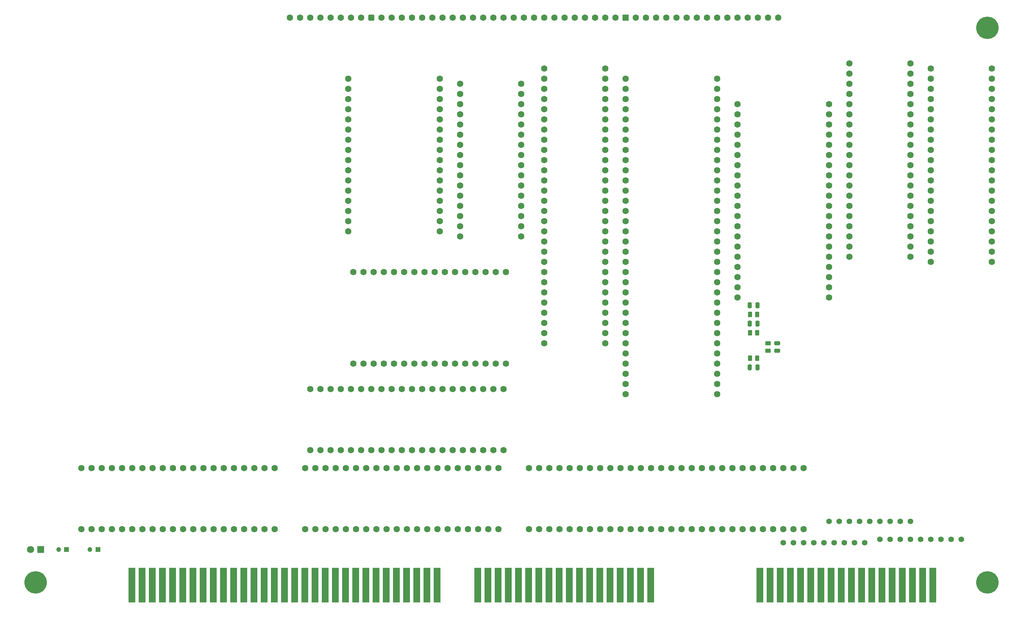
<source format=gbs>
%TF.GenerationSoftware,KiCad,Pcbnew,7.0.5*%
%TF.CreationDate,2024-02-23T20:54:14+02:00*%
%TF.ProjectId,Processor Board,50726f63-6573-4736-9f72-20426f617264,rev?*%
%TF.SameCoordinates,PX10f4d20PY1360f00*%
%TF.FileFunction,Soldermask,Bot*%
%TF.FilePolarity,Negative*%
%FSLAX46Y46*%
G04 Gerber Fmt 4.6, Leading zero omitted, Abs format (unit mm)*
G04 Created by KiCad (PCBNEW 7.0.5) date 2024-02-23 20:54:14*
%MOMM*%
%LPD*%
G01*
G04 APERTURE LIST*
G04 Aperture macros list*
%AMRoundRect*
0 Rectangle with rounded corners*
0 $1 Rounding radius*
0 $2 $3 $4 $5 $6 $7 $8 $9 X,Y pos of 4 corners*
0 Add a 4 corners polygon primitive as box body*
4,1,4,$2,$3,$4,$5,$6,$7,$8,$9,$2,$3,0*
0 Add four circle primitives for the rounded corners*
1,1,$1+$1,$2,$3*
1,1,$1+$1,$4,$5*
1,1,$1+$1,$6,$7*
1,1,$1+$1,$8,$9*
0 Add four rect primitives between the rounded corners*
20,1,$1+$1,$2,$3,$4,$5,0*
20,1,$1+$1,$4,$5,$6,$7,0*
20,1,$1+$1,$6,$7,$8,$9,0*
20,1,$1+$1,$8,$9,$2,$3,0*%
G04 Aperture macros list end*
%ADD10C,1.600000*%
%ADD11R,1.780000X8.620000*%
%ADD12C,1.400000*%
%ADD13RoundRect,0.400000X-0.400000X-0.400000X0.400000X-0.400000X0.400000X0.400000X-0.400000X0.400000X0*%
%ADD14R,1.600000X1.600000*%
%ADD15R,1.200000X1.200000*%
%ADD16C,1.200000*%
%ADD17C,5.600000*%
%ADD18R,1.800000X1.800000*%
%ADD19C,1.800000*%
%ADD20RoundRect,0.250000X0.262500X0.450000X-0.262500X0.450000X-0.262500X-0.450000X0.262500X-0.450000X0*%
%ADD21RoundRect,0.250000X0.250000X0.475000X-0.250000X0.475000X-0.250000X-0.475000X0.250000X-0.475000X0*%
%ADD22RoundRect,0.250000X0.475000X-0.250000X0.475000X0.250000X-0.475000X0.250000X-0.475000X-0.250000X0*%
%ADD23RoundRect,0.250000X0.450000X-0.262500X0.450000X0.262500X-0.450000X0.262500X-0.450000X-0.262500X0*%
G04 APERTURE END LIST*
D10*
%TO.C,B10*%
X106045000Y-13970000D03*
X106045000Y-16510000D03*
X106045000Y-19050000D03*
X106045000Y-21590000D03*
X106045000Y-24130000D03*
X106045000Y-26670000D03*
X106045000Y-29210000D03*
X106045000Y-31750000D03*
X106045000Y-34290000D03*
X106045000Y-36830000D03*
X106045000Y-39370000D03*
X106045000Y-41910000D03*
X106045000Y-44450000D03*
X106045000Y-46990000D03*
X106045000Y-49530000D03*
X106045000Y-52070000D03*
X121285000Y-52070000D03*
X121285000Y-49530000D03*
X121285000Y-46990000D03*
X121285000Y-44450000D03*
X121285000Y-41910000D03*
X121285000Y-39370000D03*
X121285000Y-36830000D03*
X121285000Y-34290000D03*
X121285000Y-31750000D03*
X121285000Y-29210000D03*
X121285000Y-26670000D03*
X121285000Y-24130000D03*
X121285000Y-21590000D03*
X121285000Y-19050000D03*
X121285000Y-16510000D03*
X121285000Y-13970000D03*
%TD*%
D11*
%TO.C,J1*%
X180866248Y-139065000D03*
X183406248Y-139065000D03*
X185946248Y-139065000D03*
X188486248Y-139065000D03*
X191026248Y-139065000D03*
X193566248Y-139065000D03*
X196106248Y-139065000D03*
X198646248Y-139065000D03*
X201186248Y-139065000D03*
X203726248Y-139065000D03*
X206266248Y-139065000D03*
X208806248Y-139065000D03*
X211346248Y-139065000D03*
X213886248Y-139065000D03*
X216426248Y-139065000D03*
X218966248Y-139065000D03*
X221506248Y-139065000D03*
X224046248Y-139065000D03*
%TD*%
D10*
%TO.C,B5*%
X142240000Y-78740000D03*
X142240000Y-76200000D03*
X142240000Y-73660000D03*
X142240000Y-71120000D03*
X142240000Y-68580000D03*
X142240000Y-66040000D03*
X142240000Y-63500000D03*
X142240000Y-60960000D03*
X142240000Y-58420000D03*
X142240000Y-55880000D03*
X142240000Y-53340000D03*
X142240000Y-50800000D03*
X142240000Y-48260000D03*
X142240000Y-45720000D03*
X142240000Y-43180000D03*
X142240000Y-40640000D03*
X142240000Y-38100000D03*
X142240000Y-35560000D03*
X142240000Y-33020000D03*
X142240000Y-30480000D03*
X142240000Y-27940000D03*
X142240000Y-25400000D03*
X142240000Y-22860000D03*
X142240000Y-20320000D03*
X142240000Y-17780000D03*
X142240000Y-15240000D03*
X142240000Y-12700000D03*
X142240000Y-10160000D03*
X127000000Y-10160000D03*
X127000000Y-12700000D03*
X127000000Y-15240000D03*
X127000000Y-17780000D03*
X127000000Y-20320000D03*
X127000000Y-22860000D03*
X127000000Y-25400000D03*
X127000000Y-27940000D03*
X127000000Y-30480000D03*
X127000000Y-33020000D03*
X127000000Y-35560000D03*
X127000000Y-38100000D03*
X127000000Y-40640000D03*
X127000000Y-43180000D03*
X127000000Y-45720000D03*
X127000000Y-48260000D03*
X127000000Y-50800000D03*
X127000000Y-53340000D03*
X127000000Y-55880000D03*
X127000000Y-58420000D03*
X127000000Y-60960000D03*
X127000000Y-63500000D03*
X127000000Y-66040000D03*
X127000000Y-68580000D03*
X127000000Y-71120000D03*
X127000000Y-73660000D03*
X127000000Y-76200000D03*
X127000000Y-78740000D03*
%TD*%
%TO.C,B3*%
X203200000Y-8890000D03*
X203200000Y-11430000D03*
X203200000Y-13970000D03*
X203200000Y-16510000D03*
X203200000Y-19050000D03*
X203200000Y-21590000D03*
X203200000Y-24130000D03*
X203200000Y-26670000D03*
X203200000Y-29210000D03*
X203200000Y-31750000D03*
X203200000Y-34290000D03*
X203200000Y-36830000D03*
X203200000Y-39370000D03*
X203200000Y-41910000D03*
X203200000Y-44450000D03*
X203200000Y-46990000D03*
X203200000Y-49530000D03*
X203200000Y-52070000D03*
X203200000Y-54610000D03*
X203200000Y-57150000D03*
X218440000Y-57150000D03*
X218440000Y-54610000D03*
X218440000Y-52070000D03*
X218440000Y-49530000D03*
X218440000Y-46990000D03*
X218440000Y-44450000D03*
X218440000Y-41910000D03*
X218440000Y-39370000D03*
X218440000Y-36830000D03*
X218440000Y-34290000D03*
X218440000Y-31750000D03*
X218440000Y-29210000D03*
X218440000Y-26670000D03*
X218440000Y-24130000D03*
X218440000Y-21590000D03*
X218440000Y-19050000D03*
X218440000Y-16510000D03*
X218440000Y-13970000D03*
X218440000Y-11430000D03*
X218440000Y-8890000D03*
%TD*%
%TO.C,B9*%
X59690000Y-109855000D03*
X57150000Y-109855000D03*
X54610000Y-109855000D03*
X52070000Y-109855000D03*
X49530000Y-109855000D03*
X46990000Y-109855000D03*
X44450000Y-109855000D03*
X41910000Y-109855000D03*
X39370000Y-109855000D03*
X36830000Y-109855000D03*
X34290000Y-109855000D03*
X31750000Y-109855000D03*
X29210000Y-109855000D03*
X26670000Y-109855000D03*
X24130000Y-109855000D03*
X21590000Y-109855000D03*
X19050000Y-109855000D03*
X16510000Y-109855000D03*
X13970000Y-109855000D03*
X11430000Y-109855000D03*
X11430000Y-125095000D03*
X13970000Y-125095000D03*
X16510000Y-125095000D03*
X19050000Y-125095000D03*
X21590000Y-125095000D03*
X24130000Y-125095000D03*
X26670000Y-125095000D03*
X29210000Y-125095000D03*
X31750000Y-125095000D03*
X34290000Y-125095000D03*
X36830000Y-125095000D03*
X39370000Y-125095000D03*
X41910000Y-125095000D03*
X44450000Y-125095000D03*
X46990000Y-125095000D03*
X49530000Y-125095000D03*
X52070000Y-125095000D03*
X54610000Y-125095000D03*
X57150000Y-125095000D03*
X59690000Y-125095000D03*
%TD*%
%TO.C,B11*%
X78105000Y-12700000D03*
X78105000Y-15240000D03*
X78105000Y-17780000D03*
X78105000Y-20320000D03*
X78105000Y-22860000D03*
X78105000Y-25400000D03*
X78105000Y-27940000D03*
X78105000Y-30480000D03*
X78105000Y-33020000D03*
X78105000Y-35560000D03*
X78105000Y-38100000D03*
X78105000Y-40640000D03*
X78105000Y-43180000D03*
X78105000Y-45720000D03*
X78105000Y-48260000D03*
X78105000Y-50800000D03*
X100965000Y-50800000D03*
X100965000Y-48260000D03*
X100965000Y-45720000D03*
X100965000Y-43180000D03*
X100965000Y-40640000D03*
X100965000Y-38100000D03*
X100965000Y-35560000D03*
X100965000Y-33020000D03*
X100965000Y-30480000D03*
X100965000Y-27940000D03*
X100965000Y-25400000D03*
X100965000Y-22860000D03*
X100965000Y-20320000D03*
X100965000Y-17780000D03*
X100965000Y-15240000D03*
X100965000Y-12700000D03*
%TD*%
D12*
%TO.C,RN8*%
X231140000Y-127635000D03*
X228600000Y-127635000D03*
X226060000Y-127635000D03*
X223520000Y-127635000D03*
X220980000Y-127635000D03*
X218440000Y-127635000D03*
X215900000Y-127635000D03*
X213360000Y-127635000D03*
X210820000Y-127635000D03*
%TD*%
D10*
%TO.C,B14*%
X191770000Y-109855000D03*
X189230000Y-109855000D03*
X186690000Y-109855000D03*
X184150000Y-109855000D03*
X181610000Y-109855000D03*
X179070000Y-109855000D03*
X176530000Y-109855000D03*
X173990000Y-109855000D03*
X171450000Y-109855000D03*
X168910000Y-109855000D03*
X166370000Y-109855000D03*
X163830000Y-109855000D03*
X161290000Y-109855000D03*
X158750000Y-109855000D03*
X156210000Y-109855000D03*
X153670000Y-109855000D03*
X151130000Y-109855000D03*
X148590000Y-109855000D03*
X146050000Y-109855000D03*
X143510000Y-109855000D03*
X140970000Y-109855000D03*
X138430000Y-109855000D03*
X135890000Y-109855000D03*
X133350000Y-109855000D03*
X130810000Y-109855000D03*
X128270000Y-109855000D03*
X125730000Y-109855000D03*
X123190000Y-109855000D03*
X123190000Y-125095000D03*
X125730000Y-125095000D03*
X128270000Y-125095000D03*
X130810000Y-125095000D03*
X133350000Y-125095000D03*
X135890000Y-125095000D03*
X138430000Y-125095000D03*
X140970000Y-125095000D03*
X143510000Y-125095000D03*
X146050000Y-125095000D03*
X148590000Y-125095000D03*
X151130000Y-125095000D03*
X153670000Y-125095000D03*
X156210000Y-125095000D03*
X158750000Y-125095000D03*
X161290000Y-125095000D03*
X163830000Y-125095000D03*
X166370000Y-125095000D03*
X168910000Y-125095000D03*
X171450000Y-125095000D03*
X173990000Y-125095000D03*
X176530000Y-125095000D03*
X179070000Y-125095000D03*
X181610000Y-125095000D03*
X184150000Y-125095000D03*
X186690000Y-125095000D03*
X189230000Y-125095000D03*
X191770000Y-125095000D03*
%TD*%
%TO.C,B13*%
X63500000Y2540000D03*
X66040000Y2540000D03*
X68580000Y2540000D03*
X71120000Y2540000D03*
X73660000Y2540000D03*
X76200000Y2540000D03*
X78740000Y2540000D03*
X81280000Y2540000D03*
D13*
X83820000Y2540000D03*
D10*
X86360000Y2540000D03*
X88900000Y2540000D03*
X91440000Y2540000D03*
X93980000Y2540000D03*
X96520000Y2540000D03*
X99060000Y2540000D03*
X101600000Y2540000D03*
X104140000Y2540000D03*
X106680000Y2540000D03*
X109220000Y2540000D03*
X111760000Y2540000D03*
X114300000Y2540000D03*
X116840000Y2540000D03*
X119380000Y2540000D03*
X121920000Y2540000D03*
X124460000Y2540000D03*
X127000000Y2540000D03*
X129540000Y2540000D03*
X132080000Y2540000D03*
X134620000Y2540000D03*
X137160000Y2540000D03*
X139700000Y2540000D03*
X142240000Y2540000D03*
X144780000Y2540000D03*
D14*
X147320000Y2540000D03*
D10*
X149860000Y2540000D03*
X152400000Y2540000D03*
X154940000Y2540000D03*
X157480000Y2540000D03*
X160020000Y2540000D03*
X162560000Y2540000D03*
X165100000Y2540000D03*
X167640000Y2540000D03*
X170180000Y2540000D03*
X172720000Y2540000D03*
X175260000Y2540000D03*
X177800000Y2540000D03*
X180340000Y2540000D03*
X182880000Y2540000D03*
X185420000Y2540000D03*
%TD*%
D15*
%TO.C,C4*%
X7747000Y-130175000D03*
D16*
X5747000Y-130175000D03*
%TD*%
D17*
%TO.C,H8*%
X237696500Y0D03*
%TD*%
D12*
%TO.C,RN9*%
X218440000Y-123190000D03*
X215900000Y-123190000D03*
X213360000Y-123190000D03*
X210820000Y-123190000D03*
X208280000Y-123190000D03*
X205740000Y-123190000D03*
X203200000Y-123190000D03*
X200660000Y-123190000D03*
X198120000Y-123190000D03*
%TD*%
D10*
%TO.C,B6*%
X116840000Y-90170000D03*
X114300000Y-90170000D03*
X111760000Y-90170000D03*
X109220000Y-90170000D03*
X106680000Y-90170000D03*
X104140000Y-90170000D03*
X101600000Y-90170000D03*
X99060000Y-90170000D03*
X96520000Y-90170000D03*
X93980000Y-90170000D03*
X91440000Y-90170000D03*
X88900000Y-90170000D03*
X86360000Y-90170000D03*
X83820000Y-90170000D03*
X81280000Y-90170000D03*
X78740000Y-90170000D03*
X76200000Y-90170000D03*
X73660000Y-90170000D03*
X71120000Y-90170000D03*
X68580000Y-90170000D03*
X68580000Y-105410000D03*
X71120000Y-105410000D03*
X73660000Y-105410000D03*
X76200000Y-105410000D03*
X78740000Y-105410000D03*
X81280000Y-105410000D03*
X83820000Y-105410000D03*
X86360000Y-105410000D03*
X88900000Y-105410000D03*
X91440000Y-105410000D03*
X93980000Y-105410000D03*
X96520000Y-105410000D03*
X99060000Y-105410000D03*
X101600000Y-105410000D03*
X104140000Y-105410000D03*
X106680000Y-105410000D03*
X109220000Y-105410000D03*
X111760000Y-105410000D03*
X114300000Y-105410000D03*
X116840000Y-105410000D03*
%TD*%
D18*
%TO.C,LED2*%
X1270000Y-130175000D03*
D19*
X-1270000Y-130175000D03*
%TD*%
D15*
%TO.C,C3*%
X15589000Y-130175000D03*
D16*
X13589000Y-130175000D03*
%TD*%
D10*
%TO.C,B1*%
X147320000Y-12700000D03*
X147320000Y-15240000D03*
X147320000Y-17780000D03*
X147320000Y-20320000D03*
X147320000Y-22860000D03*
X147320000Y-25400000D03*
X147320000Y-27940000D03*
X147320000Y-30480000D03*
X147320000Y-33020000D03*
X147320000Y-35560000D03*
X147320000Y-38100000D03*
X147320000Y-40640000D03*
X147320000Y-43180000D03*
X147320000Y-45720000D03*
X147320000Y-48260000D03*
X147320000Y-50800000D03*
X147320000Y-53340000D03*
X147320000Y-55880000D03*
X147320000Y-58420000D03*
X147320000Y-60960000D03*
X147320000Y-63500000D03*
X147320000Y-66040000D03*
X147320000Y-68580000D03*
X147320000Y-71120000D03*
X147320000Y-73660000D03*
X147320000Y-76200000D03*
X147320000Y-78740000D03*
X147320000Y-81280000D03*
X147320000Y-83820000D03*
X147320000Y-86360000D03*
X147320000Y-88900000D03*
X147320000Y-91440000D03*
X170180000Y-91440000D03*
X170180000Y-88900000D03*
X170180000Y-86360000D03*
X170180000Y-83820000D03*
X170180000Y-81280000D03*
X170180000Y-78740000D03*
X170180000Y-76200000D03*
X170180000Y-73660000D03*
X170180000Y-71120000D03*
X170180000Y-68580000D03*
X170180000Y-66040000D03*
X170180000Y-63500000D03*
X170180000Y-60960000D03*
X170180000Y-58420000D03*
X170180000Y-55880000D03*
X170180000Y-53340000D03*
X170180000Y-50800000D03*
X170180000Y-48260000D03*
X170180000Y-45720000D03*
X170180000Y-43180000D03*
X170180000Y-40640000D03*
X170180000Y-38100000D03*
X170180000Y-35560000D03*
X170180000Y-33020000D03*
X170180000Y-30480000D03*
X170180000Y-27940000D03*
X170180000Y-25400000D03*
X170180000Y-22860000D03*
X170180000Y-20320000D03*
X170180000Y-17780000D03*
X170180000Y-15240000D03*
X170180000Y-12700000D03*
%TD*%
D17*
%TO.C,H16*%
X237696500Y-138430000D03*
%TD*%
D10*
%TO.C,B2*%
X79375000Y-83820000D03*
X81915000Y-83820000D03*
X84455000Y-83820000D03*
X86995000Y-83820000D03*
X89535000Y-83820000D03*
X92075000Y-83820000D03*
X94615000Y-83820000D03*
X97155000Y-83820000D03*
X99695000Y-83820000D03*
X102235000Y-83820000D03*
X104775000Y-83820000D03*
X107315000Y-83820000D03*
X109855000Y-83820000D03*
X112395000Y-83820000D03*
X114935000Y-83820000D03*
X117475000Y-83820000D03*
X117475000Y-60960000D03*
X114935000Y-60960000D03*
X112395000Y-60960000D03*
X109855000Y-60960000D03*
X107315000Y-60960000D03*
X104775000Y-60960000D03*
X102235000Y-60960000D03*
X99695000Y-60960000D03*
X97155000Y-60960000D03*
X94615000Y-60960000D03*
X92075000Y-60960000D03*
X89535000Y-60960000D03*
X86995000Y-60960000D03*
X84455000Y-60960000D03*
X81915000Y-60960000D03*
X79375000Y-60960000D03*
%TD*%
D11*
%TO.C,J5*%
X24087200Y-139065000D03*
X26627200Y-139065000D03*
X29167200Y-139065000D03*
X31707200Y-139065000D03*
X34247200Y-139065000D03*
X36787200Y-139065000D03*
X39327200Y-139065000D03*
X41867200Y-139065000D03*
X44407200Y-139065000D03*
X46947200Y-139065000D03*
X49487200Y-139065000D03*
X52027200Y-139065000D03*
X54567200Y-139065000D03*
X57107200Y-139065000D03*
X59647200Y-139065000D03*
X62187200Y-139065000D03*
X64727200Y-139065000D03*
X67267200Y-139065000D03*
X69807200Y-139065000D03*
X72347200Y-139065000D03*
X74887200Y-139065000D03*
X77427200Y-139065000D03*
X79967200Y-139065000D03*
X82507200Y-139065000D03*
X85047200Y-139065000D03*
X87587200Y-139065000D03*
X90127200Y-139065000D03*
X92667200Y-139065000D03*
X95207200Y-139065000D03*
X97747200Y-139065000D03*
X100287200Y-139065000D03*
X110447200Y-139065000D03*
X112987200Y-139065000D03*
X115527200Y-139065000D03*
X118067200Y-139065000D03*
X120607200Y-139065000D03*
X123147200Y-139065000D03*
X125687200Y-139065000D03*
X128227200Y-139065000D03*
X130767200Y-139065000D03*
X133307200Y-139065000D03*
X135847200Y-139065000D03*
X138387200Y-139065000D03*
X140927200Y-139065000D03*
X143467200Y-139065000D03*
X146007200Y-139065000D03*
X148547200Y-139065000D03*
X151087200Y-139065000D03*
X153627200Y-139065000D03*
%TD*%
D12*
%TO.C,RN7*%
X186690000Y-128524000D03*
X189230000Y-128524000D03*
X191770000Y-128524000D03*
X194310000Y-128524000D03*
X196850000Y-128524000D03*
X199390000Y-128524000D03*
X201930000Y-128524000D03*
X204470000Y-128524000D03*
X207010000Y-128524000D03*
%TD*%
D10*
%TO.C,B8*%
X115570000Y-109855000D03*
X113030000Y-109855000D03*
X110490000Y-109855000D03*
X107950000Y-109855000D03*
X105410000Y-109855000D03*
X102870000Y-109855000D03*
X100330000Y-109855000D03*
X97790000Y-109855000D03*
X95250000Y-109855000D03*
X92710000Y-109855000D03*
X90170000Y-109855000D03*
X87630000Y-109855000D03*
X85090000Y-109855000D03*
X82550000Y-109855000D03*
X80010000Y-109855000D03*
X77470000Y-109855000D03*
X74930000Y-109855000D03*
X72390000Y-109855000D03*
X69850000Y-109855000D03*
X67310000Y-109855000D03*
X67310000Y-125095000D03*
X69850000Y-125095000D03*
X72390000Y-125095000D03*
X74930000Y-125095000D03*
X77470000Y-125095000D03*
X80010000Y-125095000D03*
X82550000Y-125095000D03*
X85090000Y-125095000D03*
X87630000Y-125095000D03*
X90170000Y-125095000D03*
X92710000Y-125095000D03*
X95250000Y-125095000D03*
X97790000Y-125095000D03*
X100330000Y-125095000D03*
X102870000Y-125095000D03*
X105410000Y-125095000D03*
X107950000Y-125095000D03*
X110490000Y-125095000D03*
X113030000Y-125095000D03*
X115570000Y-125095000D03*
%TD*%
%TO.C,B12*%
X223520000Y-10160000D03*
X223520000Y-12700000D03*
X223520000Y-15240000D03*
X223520000Y-17780000D03*
X223520000Y-20320000D03*
X223520000Y-22860000D03*
X223520000Y-25400000D03*
X223520000Y-27940000D03*
X223520000Y-30480000D03*
X223520000Y-33020000D03*
X223520000Y-35560000D03*
X223520000Y-38100000D03*
X223520000Y-40640000D03*
X223520000Y-43180000D03*
X223520000Y-45720000D03*
X223520000Y-48260000D03*
X223520000Y-50800000D03*
X223520000Y-53340000D03*
X223520000Y-55880000D03*
X223520000Y-58420000D03*
X238760000Y-58420000D03*
X238760000Y-55880000D03*
X238760000Y-53340000D03*
X238760000Y-50800000D03*
X238760000Y-48260000D03*
X238760000Y-45720000D03*
X238760000Y-43180000D03*
X238760000Y-40640000D03*
X238760000Y-38100000D03*
X238760000Y-35560000D03*
X238760000Y-33020000D03*
X238760000Y-30480000D03*
X238760000Y-27940000D03*
X238760000Y-25400000D03*
X238760000Y-22860000D03*
X238760000Y-20320000D03*
X238760000Y-17780000D03*
X238760000Y-15240000D03*
X238760000Y-12700000D03*
X238760000Y-10160000D03*
%TD*%
%TO.C,B4*%
X175260000Y-19050000D03*
X175260000Y-21590000D03*
X175260000Y-24130000D03*
X175260000Y-26670000D03*
X175260000Y-29210000D03*
X175260000Y-31750000D03*
X175260000Y-34290000D03*
X175260000Y-36830000D03*
X175260000Y-39370000D03*
X175260000Y-41910000D03*
X175260000Y-44450000D03*
X175260000Y-46990000D03*
X175260000Y-49530000D03*
X175260000Y-52070000D03*
X175260000Y-54610000D03*
X175260000Y-57150000D03*
X175260000Y-59690000D03*
X175260000Y-62230000D03*
X175260000Y-64770000D03*
X175260000Y-67310000D03*
X198120000Y-67310000D03*
X198120000Y-64770000D03*
X198120000Y-62230000D03*
X198120000Y-59690000D03*
X198120000Y-57150000D03*
X198120000Y-54610000D03*
X198120000Y-52070000D03*
X198120000Y-49530000D03*
X198120000Y-46990000D03*
X198120000Y-44450000D03*
X198120000Y-41910000D03*
X198120000Y-39370000D03*
X198120000Y-36830000D03*
X198120000Y-34290000D03*
X198120000Y-31750000D03*
X198120000Y-29210000D03*
X198120000Y-26670000D03*
X198120000Y-24130000D03*
X198120000Y-21590000D03*
X198120000Y-19050000D03*
%TD*%
D17*
%TO.C,H9*%
X8000Y-138430000D03*
%TD*%
D20*
%TO.C,R4*%
X180226500Y-71514500D03*
X178401500Y-71514500D03*
%TD*%
D21*
%TO.C,C9*%
X180248000Y-69238500D03*
X178348000Y-69238500D03*
%TD*%
D20*
%TO.C,R1*%
X180226500Y-82436500D03*
X178401500Y-82436500D03*
%TD*%
%TO.C,R2*%
X180226500Y-76086500D03*
X178401500Y-76086500D03*
%TD*%
D21*
%TO.C,C7*%
X180248000Y-84732500D03*
X178348000Y-84732500D03*
%TD*%
D22*
%TO.C,C10*%
X185156000Y-80586500D03*
X185156000Y-78686500D03*
%TD*%
D21*
%TO.C,C8*%
X180248000Y-73810500D03*
X178348000Y-73810500D03*
%TD*%
D23*
%TO.C,R5*%
X182880000Y-80565000D03*
X182880000Y-78740000D03*
%TD*%
M02*

</source>
